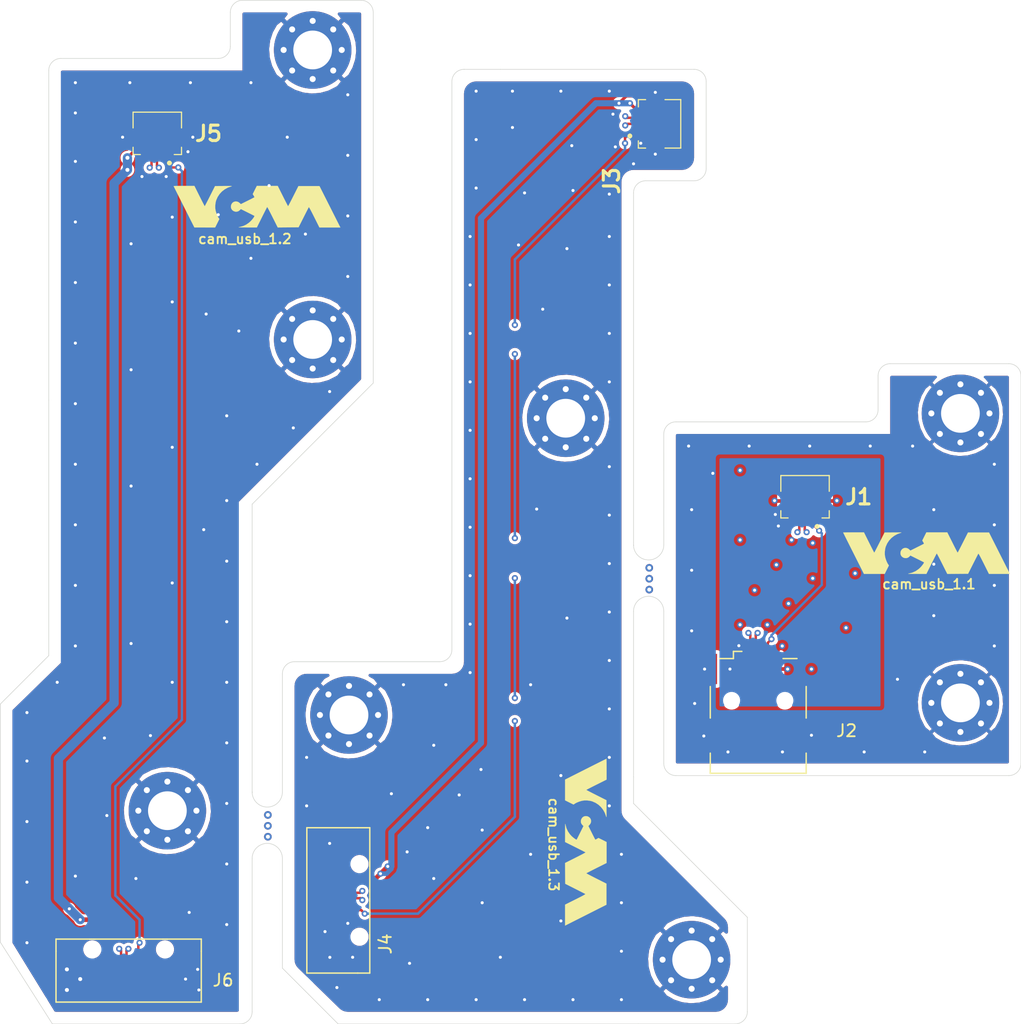
<source format=kicad_pcb>
(kicad_pcb (version 20171130) (host pcbnew "(5.1.10)-1")
  (layers (0 F.Cu signal) (1 In1.Cu signal) (2 In2.Cu signal) (31 B.Cu signal) (34 B.Paste user hide) (35 F.Paste user hide) (36 B.SilkS user) (37 F.SilkS user) (38 B.Mask user hide) (39 F.Mask user hide) (44 Edge.Cuts user))
  (net 0 "")
  (net 1 GND)
  (net 2 /id)
  (net 3 /D+)
  (net 4 /D-)
  (net 5 VCC)
  (net 6 /id2)
  (net 7 /D2_+)
  (net 8 /D2_-)
  (net 9 /D3_-)
  (net 10 /D3_+)
  (net 11 /id3)
  (module Hard_PLM:MUSB-B5-S-VT-TSMT-TR (layer F.Cu) (at 169.4 224.9)
    (fp_text reference J6 (at 7.8 -0.3) (layer F.SilkS))
    (fp_text value "Mini B USB - Vertical")
    (pad 1 smd roundrect (at -1.6 0) (size 0.55 2.75) (layers F.Cu F.Paste F.Mask) (net 5 VCC))
    (pad 2 smd roundrect (at -0.8 0) (size 0.55 2.75) (layers F.Cu F.Paste F.Mask) (net 9 /D3_-))
    (pad 3 smd roundrect (at 0 0) (size 0.55 2.75) (layers F.Cu F.Paste F.Mask) (net 10 /D3_+))
    (pad 4 smd roundrect (at 0.8 0) (size 0.55 2.75) (layers F.Cu F.Paste F.Mask) (net 11 /id3))
    (pad 5 smd roundrect (at 1.6 0) (size 0.55 2.75) (layers F.Cu F.Paste F.Mask) (net 1 GND))
    (pad 6 smd roundrect (at 4.7 -0.4) (size 3.1 2.6) (layers F.Cu F.Paste F.Mask) (net 1 GND))
    (pad 7 smd roundrect (at -4.7 -0.4) (size 3.1 2.6) (layers F.Cu F.Paste F.Mask) (net 1 GND))
    (pad "" np_thru_hole circle (at 3 -2.85) (size 1 1) (drill 1) (layers *.Cu *.Mask))
    (pad "" np_thru_hole circle (at -3 -2.85) (size 1 1) (drill 1) (layers *.Cu *.Mask))
  )
  (module Connector_USB:USB_Mini-B_Wuerth_65100516121_Horizontal (layer F.Cu) (at 221.4 201.5)
    (fp_text reference J2 (at 7.3 2.5) (layer F.SilkS))
    (fp_text value USB_B_Mini)
    (pad "" np_thru_hole circle (at 2.2 0) (size 0.9 0.9) (drill 0.9) (layers *.Cu *.Mask))
    (pad "" np_thru_hole circle (at -2.2 0) (size 0.9 0.9) (drill 0.9) (layers *.Cu *.Mask))
    (pad 5 smd rect (at 1.6 -2.6) (size 0.5 2.5) (layers F.Cu F.Paste F.Mask) (net 1 GND))
    (pad 4 smd rect (at 0.8 -2.6) (size 0.5 2.5) (layers F.Cu F.Paste F.Mask) (net 2 /id))
    (pad 3 smd rect (at 0 -2.6) (size 0.5 2.5) (layers F.Cu F.Paste F.Mask) (net 3 /D+))
    (pad 2 smd rect (at -0.8 -2.6) (size 0.5 2.5) (layers F.Cu F.Paste F.Mask) (net 4 /D-))
    (pad 1 smd rect (at -1.6 -2.6) (size 0.5 2.5) (layers F.Cu F.Paste F.Mask) (net 5 VCC))
    (pad 6 smd rect (at 4.4 -2.6) (size 2 2.5) (layers F.Cu F.Paste F.Mask) (net 1 GND))
    (pad 6 smd rect (at -4.4 -2.6) (size 2 2.5) (layers F.Cu F.Paste F.Mask) (net 1 GND))
    (pad 6 smd rect (at 4.4 2.9) (size 2 2.5) (layers F.Cu F.Paste F.Mask) (net 1 GND))
    (pad 6 smd rect (at -4.4 2.9) (size 2 2.5) (layers F.Cu F.Paste F.Mask) (net 1 GND))
  )
  (module 59453-051110ECHLF:59453051110ECHLF (layer F.Cu) (at 225.2665 185.0335 180)
    (fp_text reference J1 (at -4.4335 0.3335) (layer F.SilkS) (effects (font (size 1.27 1.27) (thickness 0.254))))
    (fp_text value "FFC-FPC Conn" hide)
    (pad 7 smd rect (at 1.74 0 180) (size 0.52 1) (layers F.Cu F.Paste F.Mask) (net 1 GND))
    (pad 6 smd rect (at -1.74 0 180) (size 0.52 1) (layers F.Cu F.Paste F.Mask) (net 1 GND))
    (pad 5 smd rect (at 1 -1.2 180) (size 0.3 0.9) (layers F.Cu F.Paste F.Mask) (net 5 VCC))
    (pad 4 smd rect (at 0.5 -1.2 180) (size 0.3 0.9) (layers F.Cu F.Paste F.Mask) (net 4 /D-))
    (pad 3 smd rect (at 0 -1.2 180) (size 0.3 0.9) (layers F.Cu F.Paste F.Mask) (net 3 /D+))
    (pad 2 smd rect (at -0.5 -1.2 180) (size 0.3 0.9) (layers F.Cu F.Paste F.Mask) (net 2 /id))
    (pad 1 smd rect (at -1 -1.2 180) (size 0.3 0.9) (layers F.Cu F.Paste F.Mask) (net 1 GND))
  )
  (module MountingHole:MountingHole_3.2mm_M3_Pad_Via (layer F.Cu) (at 238.1 177.8)
    (fp_text reference H1 hide)
    (fp_text value MountingHole_Pad)
    (pad 1 thru_hole circle (at 1.697056 -1.697056) (size 0.8 0.8) (drill 0.5) (layers *.Cu *.Mask) (net 1 GND))
    (pad 1 thru_hole circle (at 0 -2.4) (size 0.8 0.8) (drill 0.5) (layers *.Cu *.Mask) (net 1 GND))
    (pad 1 thru_hole circle (at -1.697056 -1.697056) (size 0.8 0.8) (drill 0.5) (layers *.Cu *.Mask) (net 1 GND))
    (pad 1 thru_hole circle (at -2.4 0) (size 0.8 0.8) (drill 0.5) (layers *.Cu *.Mask) (net 1 GND))
    (pad 1 thru_hole circle (at -1.697056 1.697056) (size 0.8 0.8) (drill 0.5) (layers *.Cu *.Mask) (net 1 GND))
    (pad 1 thru_hole circle (at 0 2.4) (size 0.8 0.8) (drill 0.5) (layers *.Cu *.Mask) (net 1 GND))
    (pad 1 thru_hole circle (at 1.697056 1.697056) (size 0.8 0.8) (drill 0.5) (layers *.Cu *.Mask) (net 1 GND))
    (pad 1 thru_hole circle (at 2.4 0) (size 0.8 0.8) (drill 0.5) (layers *.Cu *.Mask) (net 1 GND))
    (pad 1 thru_hole circle (at 0 0) (size 6.4 6.4) (drill 3.2) (layers *.Cu *.Mask) (net 1 GND))
  )
  (module MountingHole:MountingHole_3.2mm_M3_Pad_Via (layer F.Cu) (at 238.1 201.7)
    (fp_text reference H2 hide)
    (fp_text value MountingHole_Pad)
    (pad 1 thru_hole circle (at 0 0) (size 6.4 6.4) (drill 3.2) (layers *.Cu *.Mask) (net 1 GND))
    (pad 1 thru_hole circle (at 2.4 0) (size 0.8 0.8) (drill 0.5) (layers *.Cu *.Mask) (net 1 GND))
    (pad 1 thru_hole circle (at 1.697056 1.697056) (size 0.8 0.8) (drill 0.5) (layers *.Cu *.Mask) (net 1 GND))
    (pad 1 thru_hole circle (at 0 2.4) (size 0.8 0.8) (drill 0.5) (layers *.Cu *.Mask) (net 1 GND))
    (pad 1 thru_hole circle (at -1.697056 1.697056) (size 0.8 0.8) (drill 0.5) (layers *.Cu *.Mask) (net 1 GND))
    (pad 1 thru_hole circle (at -2.4 0) (size 0.8 0.8) (drill 0.5) (layers *.Cu *.Mask) (net 1 GND))
    (pad 1 thru_hole circle (at -1.697056 -1.697056) (size 0.8 0.8) (drill 0.5) (layers *.Cu *.Mask) (net 1 GND))
    (pad 1 thru_hole circle (at 0 -2.4) (size 0.8 0.8) (drill 0.5) (layers *.Cu *.Mask) (net 1 GND))
    (pad 1 thru_hole circle (at 1.697056 -1.697056) (size 0.8 0.8) (drill 0.5) (layers *.Cu *.Mask) (net 1 GND))
  )
  (module Hard_PLM:MUSB-B5-S-VT-TSMT-TR (layer F.Cu) (at 185.618 218.006 270)
    (fp_text reference J4 (at 3.594 -4.982 90) (layer F.SilkS))
    (fp_text value "Mini B USB - Vertical")
    (pad 1 smd roundrect (at -1.6 0 270) (size 0.55 2.75) (layers F.Cu F.Paste F.Mask) (net 5 VCC))
    (pad 2 smd roundrect (at -0.8 0 270) (size 0.55 2.75) (layers F.Cu F.Paste F.Mask) (net 8 /D2_-))
    (pad 3 smd roundrect (at 0 0 270) (size 0.55 2.75) (layers F.Cu F.Paste F.Mask) (net 7 /D2_+))
    (pad 4 smd roundrect (at 0.8 0 270) (size 0.55 2.75) (layers F.Cu F.Paste F.Mask) (net 6 /id2))
    (pad 5 smd roundrect (at 1.6 0 270) (size 0.55 2.75) (layers F.Cu F.Paste F.Mask) (net 1 GND))
    (pad 6 smd roundrect (at 4.7 -0.4 270) (size 3.1 2.6) (layers F.Cu F.Paste F.Mask) (net 1 GND))
    (pad 7 smd roundrect (at -4.7 -0.4 270) (size 3.1 2.6) (layers F.Cu F.Paste F.Mask) (net 1 GND))
    (pad "" np_thru_hole circle (at 3 -2.85 270) (size 1 1) (drill 1) (layers *.Cu *.Mask))
    (pad "" np_thru_hole circle (at -3 -2.85 270) (size 1 1) (drill 1) (layers *.Cu *.Mask))
  )
  (module MountingHole:MountingHole_3.2mm_M3_Pad_Via (layer F.Cu) (at 205.5 178.2 270)
    (fp_text reference H5 hide)
    (fp_text value MountingHole_Pad)
    (pad 1 thru_hole circle (at 1.697056 -1.697056 270) (size 0.8 0.8) (drill 0.5) (layers *.Cu *.Mask) (net 1 GND))
    (pad 1 thru_hole circle (at 0 -2.4 270) (size 0.8 0.8) (drill 0.5) (layers *.Cu *.Mask) (net 1 GND))
    (pad 1 thru_hole circle (at -1.697056 -1.697056 270) (size 0.8 0.8) (drill 0.5) (layers *.Cu *.Mask) (net 1 GND))
    (pad 1 thru_hole circle (at -2.4 0 270) (size 0.8 0.8) (drill 0.5) (layers *.Cu *.Mask) (net 1 GND))
    (pad 1 thru_hole circle (at -1.697056 1.697056 270) (size 0.8 0.8) (drill 0.5) (layers *.Cu *.Mask) (net 1 GND))
    (pad 1 thru_hole circle (at 0 2.4 270) (size 0.8 0.8) (drill 0.5) (layers *.Cu *.Mask) (net 1 GND))
    (pad 1 thru_hole circle (at 1.697056 1.697056 270) (size 0.8 0.8) (drill 0.5) (layers *.Cu *.Mask) (net 1 GND))
    (pad 1 thru_hole circle (at 2.4 0 270) (size 0.8 0.8) (drill 0.5) (layers *.Cu *.Mask) (net 1 GND))
    (pad 1 thru_hole circle (at 0 0 270) (size 6.4 6.4) (drill 3.2) (layers *.Cu *.Mask) (net 1 GND))
  )
  (module 59453-051110ECHLF:59453051110ECHLF (layer F.Cu) (at 212.9 153.9 90)
    (fp_text reference J3 (at -4.7 -3.6 90) (layer F.SilkS) (effects (font (size 1.27 1.27) (thickness 0.254))))
    (fp_text value "FFC-FPC Conn" hide)
    (pad 1 smd rect (at -1 -1.2 90) (size 0.3 0.9) (layers F.Cu F.Paste F.Mask) (net 1 GND))
    (pad 2 smd rect (at -0.5 -1.2 90) (size 0.3 0.9) (layers F.Cu F.Paste F.Mask) (net 6 /id2))
    (pad 3 smd rect (at 0 -1.2 90) (size 0.3 0.9) (layers F.Cu F.Paste F.Mask) (net 7 /D2_+))
    (pad 4 smd rect (at 0.5 -1.2 90) (size 0.3 0.9) (layers F.Cu F.Paste F.Mask) (net 8 /D2_-))
    (pad 5 smd rect (at 1 -1.2 90) (size 0.3 0.9) (layers F.Cu F.Paste F.Mask) (net 5 VCC))
    (pad 6 smd rect (at -1.74 0 90) (size 0.52 1) (layers F.Cu F.Paste F.Mask) (net 1 GND))
    (pad 7 smd rect (at 1.74 0 90) (size 0.52 1) (layers F.Cu F.Paste F.Mask) (net 1 GND))
  )
  (module MountingHole:MountingHole_3.2mm_M3_Pad_Via (layer F.Cu) (at 215.9 222.9 270)
    (fp_text reference H6 hide)
    (fp_text value MountingHole_Pad)
    (pad 1 thru_hole circle (at 1.697056 -1.697056 270) (size 0.8 0.8) (drill 0.5) (layers *.Cu *.Mask) (net 1 GND))
    (pad 1 thru_hole circle (at 0 -2.4 270) (size 0.8 0.8) (drill 0.5) (layers *.Cu *.Mask) (net 1 GND))
    (pad 1 thru_hole circle (at -1.697056 -1.697056 270) (size 0.8 0.8) (drill 0.5) (layers *.Cu *.Mask) (net 1 GND))
    (pad 1 thru_hole circle (at -2.4 0 270) (size 0.8 0.8) (drill 0.5) (layers *.Cu *.Mask) (net 1 GND))
    (pad 1 thru_hole circle (at -1.697056 1.697056 270) (size 0.8 0.8) (drill 0.5) (layers *.Cu *.Mask) (net 1 GND))
    (pad 1 thru_hole circle (at 0 2.4 270) (size 0.8 0.8) (drill 0.5) (layers *.Cu *.Mask) (net 1 GND))
    (pad 1 thru_hole circle (at 1.697056 1.697056 270) (size 0.8 0.8) (drill 0.5) (layers *.Cu *.Mask) (net 1 GND))
    (pad 1 thru_hole circle (at 2.4 0 270) (size 0.8 0.8) (drill 0.5) (layers *.Cu *.Mask) (net 1 GND))
    (pad 1 thru_hole circle (at 0 0 270) (size 6.4 6.4) (drill 3.2) (layers *.Cu *.Mask) (net 1 GND))
  )
  (module MountingHole:MountingHole_3.2mm_M3_Pad_Via (layer F.Cu) (at 187.6 202.7 270)
    (fp_text reference H8 hide)
    (fp_text value MountingHole_Pad)
    (pad 1 thru_hole circle (at 0 0 270) (size 6.4 6.4) (drill 3.2) (layers *.Cu *.Mask) (net 1 GND))
    (pad 1 thru_hole circle (at 2.4 0 270) (size 0.8 0.8) (drill 0.5) (layers *.Cu *.Mask) (net 1 GND))
    (pad 1 thru_hole circle (at 1.697056 1.697056 270) (size 0.8 0.8) (drill 0.5) (layers *.Cu *.Mask) (net 1 GND))
    (pad 1 thru_hole circle (at 0 2.4 270) (size 0.8 0.8) (drill 0.5) (layers *.Cu *.Mask) (net 1 GND))
    (pad 1 thru_hole circle (at -1.697056 1.697056 270) (size 0.8 0.8) (drill 0.5) (layers *.Cu *.Mask) (net 1 GND))
    (pad 1 thru_hole circle (at -2.4 0 270) (size 0.8 0.8) (drill 0.5) (layers *.Cu *.Mask) (net 1 GND))
    (pad 1 thru_hole circle (at -1.697056 -1.697056 270) (size 0.8 0.8) (drill 0.5) (layers *.Cu *.Mask) (net 1 GND))
    (pad 1 thru_hole circle (at 0 -2.4 270) (size 0.8 0.8) (drill 0.5) (layers *.Cu *.Mask) (net 1 GND))
    (pad 1 thru_hole circle (at 1.697056 -1.697056 270) (size 0.8 0.8) (drill 0.5) (layers *.Cu *.Mask) (net 1 GND))
  )
  (module MountingHole:MountingHole_3.2mm_M3_Pad_Via (layer F.Cu) (at 184.6 171.7)
    (fp_text reference H4 hide)
    (fp_text value MountingHole_Pad)
    (pad 1 thru_hole circle (at 0 0) (size 6.4 6.4) (drill 3.2) (layers *.Cu *.Mask) (net 1 GND))
    (pad 1 thru_hole circle (at 2.4 0) (size 0.8 0.8) (drill 0.5) (layers *.Cu *.Mask) (net 1 GND))
    (pad 1 thru_hole circle (at 1.697056 1.697056) (size 0.8 0.8) (drill 0.5) (layers *.Cu *.Mask) (net 1 GND))
    (pad 1 thru_hole circle (at 0 2.4) (size 0.8 0.8) (drill 0.5) (layers *.Cu *.Mask) (net 1 GND))
    (pad 1 thru_hole circle (at -1.697056 1.697056) (size 0.8 0.8) (drill 0.5) (layers *.Cu *.Mask) (net 1 GND))
    (pad 1 thru_hole circle (at -2.4 0) (size 0.8 0.8) (drill 0.5) (layers *.Cu *.Mask) (net 1 GND))
    (pad 1 thru_hole circle (at -1.697056 -1.697056) (size 0.8 0.8) (drill 0.5) (layers *.Cu *.Mask) (net 1 GND))
    (pad 1 thru_hole circle (at 0 -2.4) (size 0.8 0.8) (drill 0.5) (layers *.Cu *.Mask) (net 1 GND))
    (pad 1 thru_hole circle (at 1.697056 -1.697056) (size 0.8 0.8) (drill 0.5) (layers *.Cu *.Mask) (net 1 GND))
  )
  (module 59453-051110ECHLF:59453051110ECHLF (layer F.Cu) (at 171.7665 155.0335 180)
    (fp_text reference J5 (at -4.2335 0.3335) (layer F.SilkS) (effects (font (size 1.27 1.27) (thickness 0.254))))
    (fp_text value "FFC-FPC Conn" hide)
    (pad 7 smd rect (at 1.74 0 180) (size 0.52 1) (layers F.Cu F.Paste F.Mask) (net 1 GND))
    (pad 6 smd rect (at -1.74 0 180) (size 0.52 1) (layers F.Cu F.Paste F.Mask) (net 1 GND))
    (pad 5 smd rect (at 1 -1.2 180) (size 0.3 0.9) (layers F.Cu F.Paste F.Mask) (net 5 VCC))
    (pad 4 smd rect (at 0.5 -1.2 180) (size 0.3 0.9) (layers F.Cu F.Paste F.Mask) (net 9 /D3_-))
    (pad 3 smd rect (at 0 -1.2 180) (size 0.3 0.9) (layers F.Cu F.Paste F.Mask) (net 10 /D3_+))
    (pad 2 smd rect (at -0.5 -1.2 180) (size 0.3 0.9) (layers F.Cu F.Paste F.Mask) (net 11 /id3))
    (pad 1 smd rect (at -1 -1.2 180) (size 0.3 0.9) (layers F.Cu F.Paste F.Mask) (net 1 GND))
  )
  (module MountingHole:MountingHole_3.2mm_M3_Pad_Via (layer F.Cu) (at 184.6 147.8)
    (fp_text reference H3 hide)
    (fp_text value MountingHole_Pad)
    (pad 1 thru_hole circle (at 0 0) (size 6.4 6.4) (drill 3.2) (layers *.Cu *.Mask) (net 1 GND))
    (pad 1 thru_hole circle (at 2.4 0) (size 0.8 0.8) (drill 0.5) (layers *.Cu *.Mask) (net 1 GND))
    (pad 1 thru_hole circle (at 1.697056 1.697056) (size 0.8 0.8) (drill 0.5) (layers *.Cu *.Mask) (net 1 GND))
    (pad 1 thru_hole circle (at 0 2.4) (size 0.8 0.8) (drill 0.5) (layers *.Cu *.Mask) (net 1 GND))
    (pad 1 thru_hole circle (at -1.697056 1.697056) (size 0.8 0.8) (drill 0.5) (layers *.Cu *.Mask) (net 1 GND))
    (pad 1 thru_hole circle (at -2.4 0) (size 0.8 0.8) (drill 0.5) (layers *.Cu *.Mask) (net 1 GND))
    (pad 1 thru_hole circle (at -1.697056 -1.697056) (size 0.8 0.8) (drill 0.5) (layers *.Cu *.Mask) (net 1 GND))
    (pad 1 thru_hole circle (at 0 -2.4) (size 0.8 0.8) (drill 0.5) (layers *.Cu *.Mask) (net 1 GND))
    (pad 1 thru_hole circle (at 1.697056 -1.697056) (size 0.8 0.8) (drill 0.5) (layers *.Cu *.Mask) (net 1 GND))
  )
  (module MountingHole:MountingHole_3.2mm_M3_Pad_Via (layer F.Cu) (at 172.6 210.6)
    (fp_text reference H7 hide)
    (fp_text value MountingHole_Pad)
    (pad 1 thru_hole circle (at 0 0) (size 6.4 6.4) (drill 3.2) (layers *.Cu *.Mask) (net 1 GND))
    (pad 1 thru_hole circle (at 2.4 0) (size 0.8 0.8) (drill 0.5) (layers *.Cu *.Mask) (net 1 GND))
    (pad 1 thru_hole circle (at 1.697056 1.697056) (size 0.8 0.8) (drill 0.5) (layers *.Cu *.Mask) (net 1 GND))
    (pad 1 thru_hole circle (at 0 2.4) (size 0.8 0.8) (drill 0.5) (layers *.Cu *.Mask) (net 1 GND))
    (pad 1 thru_hole circle (at -1.697056 1.697056) (size 0.8 0.8) (drill 0.5) (layers *.Cu *.Mask) (net 1 GND))
    (pad 1 thru_hole circle (at -2.4 0) (size 0.8 0.8) (drill 0.5) (layers *.Cu *.Mask) (net 1 GND))
    (pad 1 thru_hole circle (at -1.697056 -1.697056) (size 0.8 0.8) (drill 0.5) (layers *.Cu *.Mask) (net 1 GND))
    (pad 1 thru_hole circle (at 0 -2.4) (size 0.8 0.8) (drill 0.5) (layers *.Cu *.Mask) (net 1 GND))
    (pad 1 thru_hole circle (at 1.697056 -1.697056) (size 0.8 0.8) (drill 0.5) (layers *.Cu *.Mask) (net 1 GND))
  )
  (module LED_driver_PCB:logo_vulcur (layer F.Cu) (at 235.3 189.3)
    (fp_text reference L1 hide)
    (fp_text value Logo-logo hide)
  )
  (module LED_driver_PCB:logo_vulcur (layer F.Cu) (at 180 160.7)
    (fp_text reference L2 hide)
    (fp_text value Logo-logo hide)
  )
  (module LED_driver_PCB:logo_vulcur (layer F.Cu) (at 207.2 213.2 270)
    (fp_text reference L3 hide)
    (fp_text value Logo-logo hide)
  )
  (gr_line (start 163.1 228.2) (end 158.8 221.45) (layer Edge.Cuts) (width 0.05))
  (gr_line (start 179.6 214.55) (end 179.6 227.2) (layer Edge.Cuts) (width 0.05))
  (gr_line (start 182.1 199.3) (end 182.1 209.05) (layer Edge.Cuts) (width 0.05))
  (gr_arc (start 180.85 214.55) (end 182.1 214.55) (angle -180) (layer Edge.Cuts) (width 0.05))
  (gr_line (start 179.6 209.1) (end 179.6 209.05) (layer Edge.Cuts) (width 0.05))
  (gr_arc (start 180.85 209.05) (end 179.6 209.05) (angle -180) (layer Edge.Cuts) (width 0.05))
  (gr_line (start 211.1 188.7) (end 211.1 188.65) (layer Edge.Cuts) (width 0.05))
  (gr_line (start 211.1 159.6) (end 211.1 188.7) (layer Edge.Cuts) (width 0.05))
  (gr_line (start 213.6 194.15) (end 213.6 206.7) (layer Edge.Cuts) (width 0.05))
  (gr_line (start 213.6 179.5) (end 213.601 188.65) (layer Edge.Cuts) (width 0.05))
  (gr_arc (start 212.35 194.15) (end 213.6 194.15) (angle -180) (layer Edge.Cuts) (width 0.05))
  (gr_arc (start 212.35 188.65) (end 211.1 188.7) (angle -177.70939) (layer Edge.Cuts) (width 0.05))
  (gr_arc (start 178.6 227.2) (end 178.6 228.2) (angle -90) (layer Edge.Cuts) (width 0.05))
  (gr_line (start 158.8 221.45) (end 158.8 201.8) (layer Edge.Cuts) (width 0.05))
  (gr_line (start 158.8 201.8) (end 162.8 197.8) (layer Edge.Cuts) (width 0.05))
  (gr_text cam_usb_1.1 (at 235.5 191.9) (layer F.SilkS) (effects (font (size 0.8 0.8))))
  (gr_text "cam_usb_1.2\n" (at 179 163.4) (layer F.SilkS) (effects (font (size 0.8 0.8))))
  (gr_text cam_usb_1.3 (at 204.5 213.4 270) (layer F.SilkS) (effects (font (size 0.8 0.8))))
  (gr_arc (start 214.6 179.5) (end 214.6 178.5) (angle -90) (layer Edge.Cuts) (width 0.05))
  (gr_arc (start 242.1 206.7) (end 242.1 207.7) (angle -90) (layer Edge.Cuts) (width 0.05))
  (gr_line (start 242.1 207.7) (end 214.6 207.7) (layer Edge.Cuts) (width 0.05))
  (gr_line (start 243.1 174.7) (end 243.1 206.7) (layer Edge.Cuts) (width 0.05))
  (gr_line (start 232.3 173.7) (end 242.1 173.7) (layer Edge.Cuts) (width 0.05))
  (gr_line (start 231.3 177.5) (end 231.3 174.7) (layer Edge.Cuts) (width 0.05))
  (gr_arc (start 242.1 174.7) (end 243.1 174.7) (angle -90) (layer Edge.Cuts) (width 0.05))
  (gr_line (start 214.6 178.5) (end 230.3 178.5) (layer Edge.Cuts) (width 0.05))
  (gr_arc (start 230.3 177.5) (end 230.3 178.5) (angle -90) (layer Edge.Cuts) (width 0.05))
  (gr_arc (start 214.6 206.7) (end 213.6 206.7) (angle -90) (layer Edge.Cuts) (width 0.05))
  (gr_arc (start 232.3 174.7) (end 232.3 173.7) (angle -90) (layer Edge.Cuts) (width 0.05))
  (gr_line (start 220.5 219.4) (end 211.1 210) (layer Edge.Cuts) (width 0.05))
  (gr_arc (start 197.1 150.4) (end 197.1 149.4) (angle -90) (layer Edge.Cuts) (width 0.05))
  (gr_arc (start 216.1 157.6) (end 216.1 158.6) (angle -90) (layer Edge.Cuts) (width 0.05))
  (gr_arc (start 216.1 150.4) (end 217.1 150.4) (angle -90) (layer Edge.Cuts) (width 0.05))
  (gr_line (start 211.1 210) (end 211.1 207.8) (layer Edge.Cuts) (width 0.05))
  (gr_line (start 211.1 194.15) (end 211.1 207.8) (layer Edge.Cuts) (width 0.05))
  (gr_line (start 216.1 158.6) (end 212.1 158.6) (layer Edge.Cuts) (width 0.05))
  (gr_line (start 217.1 150.4) (end 217.1 157.6) (layer Edge.Cuts) (width 0.05))
  (gr_arc (start 219.5 227.2) (end 219.5 228.2) (angle -90) (layer Edge.Cuts) (width 0.05))
  (gr_line (start 220.5 227.2) (end 220.5 219.4) (layer Edge.Cuts) (width 0.05))
  (gr_line (start 197.1 149.4) (end 197.1 149.4) (layer Edge.Cuts) (width 0.05))
  (gr_line (start 200.1 149.4) (end 197.1 149.4) (layer Edge.Cuts) (width 0.05))
  (gr_line (start 211.5 228.2) (end 219.5 228.2) (layer Edge.Cuts) (width 0.05))
  (gr_line (start 216.1 149.4) (end 200.1 149.4) (layer Edge.Cuts) (width 0.05))
  (gr_arc (start 183.1 199.3) (end 183.1 198.3) (angle -90) (layer Edge.Cuts) (width 0.05))
  (gr_arc (start 195.1 197.3) (end 195.1 198.3) (angle -90) (layer Edge.Cuts) (width 0.05))
  (gr_line (start 183.1 198.3) (end 195.1 198.3) (layer Edge.Cuts) (width 0.05))
  (gr_line (start 196.1 197.3) (end 196.1 150.4) (layer Edge.Cuts) (width 0.05))
  (gr_line (start 186.7 228.2) (end 182.1 223.6) (layer Edge.Cuts) (width 0.05))
  (gr_line (start 182.1 223.6) (end 182.1 214.55) (layer Edge.Cuts) (width 0.05))
  (gr_line (start 211.5 228.2) (end 186.7 228.2) (layer Edge.Cuts) (width 0.05))
  (gr_arc (start 212.1 159.6) (end 212.1 158.6) (angle -90) (layer Edge.Cuts) (width 0.05))
  (gr_arc (start 188.6 144.7) (end 189.6 144.7) (angle -90) (layer Edge.Cuts) (width 0.05))
  (gr_line (start 163.8 148.5) (end 176.8 148.5) (layer Edge.Cuts) (width 0.05))
  (gr_line (start 189.6 144.7) (end 189.6 175.3) (layer Edge.Cuts) (width 0.05))
  (gr_line (start 177.8 147.5) (end 177.8 144.7) (layer Edge.Cuts) (width 0.05))
  (gr_line (start 162.8 176.7) (end 162.8 149.5) (layer Edge.Cuts) (width 0.05))
  (gr_arc (start 163.8 149.5) (end 163.8 148.5) (angle -90) (layer Edge.Cuts) (width 0.05))
  (gr_arc (start 178.8 144.7) (end 178.8 143.7) (angle -90) (layer Edge.Cuts) (width 0.05))
  (gr_arc (start 176.8 147.5) (end 176.8 148.5) (angle -90) (layer Edge.Cuts) (width 0.05))
  (gr_line (start 178.6 228.2) (end 163.1 228.2) (layer Edge.Cuts) (width 0.05))
  (gr_line (start 178.8 143.7) (end 188.6 143.7) (layer Edge.Cuts) (width 0.05))
  (gr_line (start 179.6 185.3) (end 189.6 175.3) (layer Edge.Cuts) (width 0.05))
  (gr_line (start 162.8 197.8) (end 162.8 176.7) (layer Edge.Cuts) (width 0.05))
  (gr_line (start 179.6 209.1) (end 179.6 185.3) (layer Edge.Cuts) (width 0.05))
  (via (at 212.4 190.55) (size 0.635) (drill 0.3302) (layers F.Cu B.Cu) (net 0))
  (via (at 212.4 191.45) (size 0.635) (drill 0.3302) (layers F.Cu B.Cu) (net 0))
  (via (at 212.4 192.35) (size 0.635) (drill 0.3302) (layers F.Cu B.Cu) (net 0))
  (via (at 180.9 211.85) (size 0.635) (drill 0.3302) (layers F.Cu B.Cu) (net 0))
  (via (at 180.9 210.95) (size 0.635) (drill 0.3302) (layers F.Cu B.Cu) (net 0))
  (via (at 180.9 212.75) (size 0.635) (drill 0.3302) (layers F.Cu B.Cu) (net 0))
  (via (at 175.2 225.4) (size 0.508) (drill 0.254) (layers F.Cu B.Cu) (net 1))
  (via (at 175.1 223.7) (size 0.508) (drill 0.254) (layers F.Cu B.Cu) (net 1))
  (segment (start 174.2665 156.2335) (end 174.3 156.2) (width 0.191262) (layer F.Cu) (net 1))
  (segment (start 172.7665 156.2335) (end 174.2665 156.2335) (width 0.191262) (layer F.Cu) (net 1))
  (segment (start 173.5065 155.0335) (end 174.6665 155.0335) (width 0.191262) (layer F.Cu) (net 1))
  (segment (start 172.7665 156.2335) (end 172.7665 155.7735) (width 0.191262) (layer F.Cu) (net 1))
  (segment (start 170.0265 155.0335) (end 168.9335 155.0335) (width 0.191262) (layer F.Cu) (net 1))
  (segment (start 174.6665 155.0335) (end 174.7 155) (width 0.191262) (layer F.Cu) (net 1))
  (segment (start 172.7665 155.7735) (end 173.5065 155.0335) (width 0.191262) (layer F.Cu) (net 1))
  (segment (start 168.9335 155.0335) (end 168.9 155) (width 0.191262) (layer F.Cu) (net 1))
  (via (at 177.5 195) (size 0.508) (drill 0.254) (layers F.Cu B.Cu) (net 1))
  (via (at 180 182) (size 0.508) (drill 0.254) (layers F.Cu B.Cu) (net 1))
  (via (at 187.5 151.5) (size 0.508) (drill 0.254) (layers F.Cu B.Cu) (net 1))
  (via (at 165 150.5) (size 0.508) (drill 0.254) (layers F.Cu B.Cu) (net 1))
  (via (at 177.5 215) (size 0.508) (drill 0.254) (layers F.Cu B.Cu) (net 1))
  (via (at 186 176) (size 0.508) (drill 0.254) (layers F.Cu B.Cu) (net 1))
  (via (at 187.5 156.5) (size 0.508) (drill 0.254) (layers F.Cu B.Cu) (net 1))
  (via (at 187.5 166.5) (size 0.508) (drill 0.254) (layers F.Cu B.Cu) (net 1))
  (via (at 169.5 150.5) (size 0.508) (drill 0.254) (layers F.Cu B.Cu) (net 1))
  (via (at 187.5 161.5) (size 0.508) (drill 0.254) (layers F.Cu B.Cu) (net 1))
  (via (at 177.5 185) (size 0.508) (drill 0.254) (layers F.Cu B.Cu) (net 1))
  (via (at 174.5 150.5) (size 0.508) (drill 0.254) (layers F.Cu B.Cu) (net 1))
  (via (at 183 179) (size 0.508) (drill 0.254) (layers F.Cu B.Cu) (net 1))
  (via (at 179.5 150.5) (size 0.508) (drill 0.254) (layers F.Cu B.Cu) (net 1))
  (via (at 177.5 200) (size 0.508) (drill 0.254) (layers F.Cu B.Cu) (net 1))
  (via (at 170.5 158.25) (size 0.508) (drill 0.254) (layers F.Cu B.Cu) (net 1))
  (via (at 165 172) (size 0.508) (drill 0.254) (layers F.Cu B.Cu) (net 1))
  (via (at 161 211.5) (size 0.508) (drill 0.254) (layers F.Cu B.Cu) (net 1))
  (via (at 165 157) (size 0.508) (drill 0.254) (layers F.Cu B.Cu) (net 1))
  (via (at 178.5 171) (size 0.508) (drill 0.254) (layers F.Cu B.Cu) (net 1))
  (via (at 182.5 155) (size 0.508) (drill 0.254) (layers F.Cu B.Cu) (net 1))
  (via (at 165 182) (size 0.508) (drill 0.254) (layers F.Cu B.Cu) (net 1))
  (via (at 165 187) (size 0.508) (drill 0.254) (layers F.Cu B.Cu) (net 1))
  (via (at 181 159) (size 0.508) (drill 0.254) (layers F.Cu B.Cu) (net 1))
  (via (at 165 192) (size 0.508) (drill 0.254) (layers F.Cu B.Cu) (net 1))
  (via (at 177.5 225) (size 0.508) (drill 0.254) (layers F.Cu B.Cu) (net 1))
  (via (at 163.5 200) (size 0.508) (drill 0.254) (layers F.Cu B.Cu) (net 1))
  (via (at 161 221.5) (size 0.508) (drill 0.254) (layers F.Cu B.Cu) (net 1))
  (via (at 179.5 165) (size 0.508) (drill 0.254) (layers F.Cu B.Cu) (net 1))
  (via (at 165 197) (size 0.508) (drill 0.254) (layers F.Cu B.Cu) (net 1))
  (via (at 161 206.5) (size 0.508) (drill 0.254) (layers F.Cu B.Cu) (net 1))
  (via (at 161 202.5) (size 0.508) (drill 0.254) (layers F.Cu B.Cu) (net 1))
  (via (at 165 177) (size 0.508) (drill 0.254) (layers F.Cu B.Cu) (net 1))
  (via (at 165 153) (size 0.508) (drill 0.254) (layers F.Cu B.Cu) (net 1))
  (via (at 177.5 178) (size 0.508) (drill 0.254) (layers F.Cu B.Cu) (net 1))
  (via (at 165 167) (size 0.508) (drill 0.254) (layers F.Cu B.Cu) (net 1))
  (via (at 165 162) (size 0.508) (drill 0.254) (layers F.Cu B.Cu) (net 1))
  (via (at 161 216.5) (size 0.508) (drill 0.254) (layers F.Cu B.Cu) (net 1))
  (via (at 165 216) (size 0.508) (drill 0.254) (layers F.Cu B.Cu) (net 1))
  (via (at 172.5 158.25) (size 0.508) (drill 0.254) (layers F.Cu B.Cu) (net 1))
  (via (at 175.8 169.6) (size 0.508) (drill 0.254) (layers F.Cu B.Cu) (net 1))
  (via (at 184 163) (size 0.508) (drill 0.254) (layers F.Cu B.Cu) (net 1))
  (via (at 173 168.6) (size 0.508) (drill 0.254) (layers F.Cu B.Cu) (net 1))
  (via (at 175.6 187.4) (size 0.508) (drill 0.254) (layers F.Cu B.Cu) (net 1))
  (via (at 169.6 196.8) (size 0.508) (drill 0.254) (layers F.Cu B.Cu) (net 1))
  (via (at 167.4 204.6) (size 0.508) (drill 0.254) (layers F.Cu B.Cu) (net 1))
  (via (at 169.6 163.8) (size 0.508) (drill 0.254) (layers F.Cu B.Cu) (net 1))
  (via (at 173 161.6) (size 0.508) (drill 0.254) (layers F.Cu B.Cu) (net 1))
  (via (at 176.8 161.4) (size 0.508) (drill 0.254) (layers F.Cu B.Cu) (net 1))
  (via (at 173 191.8) (size 0.508) (drill 0.254) (layers F.Cu B.Cu) (net 1))
  (via (at 169.6 183.8) (size 0.508) (drill 0.254) (layers F.Cu B.Cu) (net 1))
  (via (at 173 180.6) (size 0.508) (drill 0.254) (layers F.Cu B.Cu) (net 1))
  (via (at 174.4 219) (size 0.508) (drill 0.254) (layers F.Cu B.Cu) (net 1))
  (via (at 173 200) (size 0.508) (drill 0.254) (layers F.Cu B.Cu) (net 1))
  (via (at 167.6 211) (size 0.508) (drill 0.254) (layers F.Cu B.Cu) (net 1))
  (via (at 171.2 204.4) (size 0.508) (drill 0.254) (layers F.Cu B.Cu) (net 1))
  (via (at 169.6 174.2) (size 0.508) (drill 0.254) (layers F.Cu B.Cu) (net 1))
  (via (at 170 216.2) (size 0.508) (drill 0.254) (layers F.Cu B.Cu) (net 1))
  (via (at 165.4 224.5) (size 0.635) (drill 0.3302) (layers F.Cu B.Cu) (net 1))
  (via (at 164.3 223.7) (size 0.635) (drill 0.3302) (layers F.Cu B.Cu) (net 1))
  (via (at 164.3 225.4) (size 0.635) (drill 0.3302) (layers F.Cu B.Cu) (net 1))
  (via (at 174.3 156.2) (size 0.508) (drill 0.254) (layers F.Cu B.Cu) (net 1))
  (via (at 174.7 155) (size 0.508) (drill 0.254) (layers F.Cu B.Cu) (net 1))
  (via (at 177.5 210) (size 0.508) (drill 0.254) (layers F.Cu B.Cu) (net 1))
  (via (at 177.5 205) (size 0.508) (drill 0.254) (layers F.Cu B.Cu) (net 1))
  (via (at 177.5 190) (size 0.508) (drill 0.254) (layers F.Cu B.Cu) (net 1))
  (via (at 177.5 220) (size 0.508) (drill 0.254) (layers F.Cu B.Cu) (net 1))
  (via (at 168.9 155) (size 0.508) (drill 0.254) (layers F.Cu B.Cu) (net 1))
  (segment (start 223 198.9) (end 223 197.3875) (width 0.254) (layer F.Cu) (net 1))
  (segment (start 223 198.9) (end 223.817 198.9) (width 0.254) (layer F.Cu) (net 1))
  (segment (start 227.0065 185.0335) (end 227.861 185.0335) (width 0.254) (layer F.Cu) (net 1))
  (segment (start 222.7775 185.0335) (end 222.7475 185.0035) (width 0.254) (layer F.Cu) (net 1))
  (segment (start 223 197.3875) (end 223.3825 197.005) (width 0.254) (layer F.Cu) (net 1))
  (segment (start 227.861 185.0335) (end 227.891 185.0035) (width 0.254) (layer F.Cu) (net 1))
  (segment (start 223.5265 185.0335) (end 222.7775 185.0335) (width 0.254) (layer F.Cu) (net 1))
  (segment (start 223.817 198.9) (end 223.827 198.91) (width 0.254) (layer F.Cu) (net 1))
  (via (at 216.9055 204.4345) (size 0.508) (drill 0.254) (layers F.Cu B.Cu) (net 1))
  (via (at 216.969 198.91) (size 0.508) (drill 0.254) (layers F.Cu B.Cu) (net 1))
  (via (at 225.7955 198.91) (size 0.508) (drill 0.254) (layers F.Cu B.Cu) (net 1))
  (via (at 227.891 185.0035) (size 0.508) (drill 0.254) (layers F.Cu B.Cu) (net 1))
  (via (at 225.7955 204.371) (size 0.508) (drill 0.254) (layers F.Cu B.Cu) (net 1))
  (via (at 223.3825 197.005) (size 0.508) (drill 0.254) (layers F.Cu B.Cu) (net 1))
  (via (at 223.827 198.91) (size 0.508) (drill 0.254) (layers F.Cu B.Cu) (net 1))
  (via (at 222.7475 185.0035) (size 0.508) (drill 0.254) (layers F.Cu B.Cu) (net 1))
  (via (at 212.9 156.4) (size 0.508) (drill 0.254) (layers F.Cu B.Cu) (net 1))
  (segment (start 212.9 155.64) (end 212.9 156.4) (width 0.254) (layer F.Cu) (net 1))
  (via (at 212.9 151.3) (size 0.508) (drill 0.254) (layers F.Cu B.Cu) (net 1))
  (segment (start 212.9 152.16) (end 212.9 151.3) (width 0.254) (layer F.Cu) (net 1))
  (via (at 211.7 155.5) (size 0.508) (drill 0.254) (layers F.Cu B.Cu) (net 1))
  (segment (start 211.7 154.9) (end 211.7 155.5) (width 0.254) (layer F.Cu) (net 1))
  (segment (start 211.84 155.64) (end 211.7 155.5) (width 0.254) (layer F.Cu) (net 1))
  (segment (start 212.9 155.64) (end 211.84 155.64) (width 0.254) (layer F.Cu) (net 1))
  (segment (start 185.618 222.306) (end 186.018 222.706) (width 0.2032) (layer F.Cu) (net 1))
  (via (at 185.618 220.582) (size 0.508) (drill 0.254) (layers F.Cu B.Cu) (net 1))
  (segment (start 185.618 219.606) (end 185.618 220.582) (width 0.2032) (layer F.Cu) (net 1))
  (segment (start 185.618 220.582) (end 185.618 222.306) (width 0.2032) (layer F.Cu) (net 1))
  (via (at 186.018 222.706) (size 0.508) (drill 0.254) (layers F.Cu B.Cu) (net 1))
  (via (at 186 213.3) (size 0.508) (drill 0.254) (layers F.Cu B.Cu) (net 1))
  (segment (start 186.006 213.306) (end 186 213.3) (width 0.2032) (layer F.Cu) (net 1))
  (segment (start 186.018 213.306) (end 186.006 213.306) (width 0.2032) (layer F.Cu) (net 1))
  (via (at 187.9 222.7) (size 0.508) (drill 0.254) (layers F.Cu B.Cu) (net 1))
  (segment (start 187.894 222.706) (end 187.9 222.7) (width 0.2032) (layer F.Cu) (net 1))
  (segment (start 186.018 222.706) (end 187.894 222.706) (width 0.2032) (layer F.Cu) (net 1))
  (segment (start 187.206 219.606) (end 187.5 219.9) (width 0.2032) (layer F.Cu) (net 1))
  (via (at 187.5 219.9) (size 0.508) (drill 0.254) (layers F.Cu B.Cu) (net 1))
  (segment (start 185.618 219.606) (end 187.206 219.606) (width 0.2032) (layer F.Cu) (net 1))
  (via (at 215.65 180.5) (size 0.508) (drill 0.254) (layers F.Cu B.Cu) (net 1))
  (via (at 220.65 180.5) (size 0.508) (drill 0.254) (layers F.Cu B.Cu) (net 1))
  (via (at 225.65 180.5) (size 0.508) (drill 0.254) (layers F.Cu B.Cu) (net 1))
  (via (at 230.65 180.5) (size 0.508) (drill 0.254) (layers F.Cu B.Cu) (net 1))
  (via (at 234.15 180.5) (size 0.508) (drill 0.254) (layers F.Cu B.Cu) (net 1))
  (via (at 240.9 182) (size 0.508) (drill 0.254) (layers F.Cu B.Cu) (net 1))
  (via (at 240.9 187) (size 0.508) (drill 0.254) (layers F.Cu B.Cu) (net 1))
  (via (at 240.9 192) (size 0.508) (drill 0.254) (layers F.Cu B.Cu) (net 1))
  (via (at 240.9 197) (size 0.508) (drill 0.254) (layers F.Cu B.Cu) (net 1))
  (via (at 235.15 205.75) (size 0.508) (drill 0.254) (layers F.Cu B.Cu) (net 1))
  (via (at 230.15 205.75) (size 0.508) (drill 0.254) (layers F.Cu B.Cu) (net 1))
  (via (at 223.4 205.75) (size 0.508) (drill 0.254) (layers F.Cu B.Cu) (net 1))
  (via (at 218.9 205.75) (size 0.508) (drill 0.254) (layers F.Cu B.Cu) (net 1))
  (via (at 216.15 201.75) (size 0.508) (drill 0.254) (layers F.Cu B.Cu) (net 1))
  (via (at 215.9 195.75) (size 0.508) (drill 0.254) (layers F.Cu B.Cu) (net 1))
  (via (at 215.9 190.75) (size 0.508) (drill 0.254) (layers F.Cu B.Cu) (net 1))
  (via (at 215.9 185.75) (size 0.508) (drill 0.254) (layers F.Cu B.Cu) (net 1))
  (via (at 217.65 182.75) (size 0.508) (drill 0.254) (layers F.Cu B.Cu) (net 1))
  (via (at 224.15 188.25) (size 0.508) (drill 0.254) (layers F.Cu B.Cu) (net 1))
  (via (at 225.9 188.5) (size 0.508) (drill 0.254) (layers F.Cu B.Cu) (net 1))
  (via (at 219.9 195.25) (size 0.508) (drill 0.254) (layers F.Cu B.Cu) (net 1))
  (via (at 222.15 195.25) (size 0.508) (drill 0.254) (layers F.Cu B.Cu) (net 1))
  (via (at 221.1 192.4) (size 0.508) (drill 0.254) (layers F.Cu B.Cu) (net 1))
  (via (at 222.9 190.3) (size 0.508) (drill 0.254) (layers F.Cu B.Cu) (net 1))
  (via (at 223.9 193.5) (size 0.508) (drill 0.254) (layers F.Cu B.Cu) (net 1))
  (via (at 225.9 191.417) (size 0.508) (drill 0.254) (layers F.Cu B.Cu) (net 1))
  (via (at 235.9 185.75) (size 0.508) (drill 0.254) (layers F.Cu B.Cu) (net 1))
  (via (at 235.9 190.25) (size 0.508) (drill 0.254) (layers F.Cu B.Cu) (net 1))
  (via (at 235.9 194.5) (size 0.508) (drill 0.254) (layers F.Cu B.Cu) (net 1))
  (via (at 232.9 199.75) (size 0.508) (drill 0.254) (layers F.Cu B.Cu) (net 1))
  (via (at 228.65 195.5) (size 0.508) (drill 0.254) (layers F.Cu B.Cu) (net 1))
  (via (at 229.4 191) (size 0.508) (drill 0.254) (layers F.Cu B.Cu) (net 1))
  (via (at 219.9 188.25) (size 0.508) (drill 0.254) (layers F.Cu B.Cu) (net 1))
  (via (at 219.9 182.5) (size 0.508) (drill 0.254) (layers F.Cu B.Cu) (net 1))
  (via (at 209.1 151.2) (size 0.508) (drill 0.254) (layers F.Cu B.Cu) (net 1))
  (via (at 205.1 151.2) (size 0.508) (drill 0.254) (layers F.Cu B.Cu) (net 1))
  (via (at 201.1 151.2) (size 0.508) (drill 0.254) (layers F.Cu B.Cu) (net 1))
  (via (at 198.1 151.2) (size 0.508) (drill 0.254) (layers F.Cu B.Cu) (net 1))
  (via (at 198.1 155.2) (size 0.508) (drill 0.254) (layers F.Cu B.Cu) (net 1))
  (via (at 198.1 159.2) (size 0.508) (drill 0.254) (layers F.Cu B.Cu) (net 1))
  (via (at 197.6 163.2) (size 0.508) (drill 0.254) (layers F.Cu B.Cu) (net 1))
  (via (at 197.6 167.2) (size 0.508) (drill 0.254) (layers F.Cu B.Cu) (net 1))
  (via (at 197.6 171.2) (size 0.508) (drill 0.254) (layers F.Cu B.Cu) (net 1))
  (via (at 197.6 175.2) (size 0.508) (drill 0.254) (layers F.Cu B.Cu) (net 1))
  (via (at 197.6 179.2) (size 0.508) (drill 0.254) (layers F.Cu B.Cu) (net 1))
  (via (at 197.6 183.2) (size 0.508) (drill 0.254) (layers F.Cu B.Cu) (net 1))
  (via (at 197.6 187.2) (size 0.508) (drill 0.254) (layers F.Cu B.Cu) (net 1))
  (via (at 197.6 191.2) (size 0.508) (drill 0.254) (layers F.Cu B.Cu) (net 1))
  (via (at 197.6 195.2) (size 0.508) (drill 0.254) (layers F.Cu B.Cu) (net 1))
  (via (at 197.6 199.2) (size 0.508) (drill 0.254) (layers F.Cu B.Cu) (net 1))
  (via (at 195.6 200.2) (size 0.508) (drill 0.254) (layers F.Cu B.Cu) (net 1))
  (via (at 192.1 200.2) (size 0.508) (drill 0.254) (layers F.Cu B.Cu) (net 1))
  (via (at 184.1 206.2) (size 0.508) (drill 0.254) (layers F.Cu B.Cu) (net 1))
  (via (at 184.1 210.2) (size 0.508) (drill 0.254) (layers F.Cu B.Cu) (net 1))
  (via (at 186.6 225.2) (size 0.508) (drill 0.254) (layers F.Cu B.Cu) (net 1))
  (via (at 190.1 226.2) (size 0.508) (drill 0.254) (layers F.Cu B.Cu) (net 1))
  (via (at 194.1 226.2) (size 0.508) (drill 0.254) (layers F.Cu B.Cu) (net 1))
  (via (at 198.1 226.2) (size 0.508) (drill 0.254) (layers F.Cu B.Cu) (net 1))
  (via (at 202.1 226.2) (size 0.508) (drill 0.254) (layers F.Cu B.Cu) (net 1))
  (via (at 206.1 226.2) (size 0.508) (drill 0.254) (layers F.Cu B.Cu) (net 1))
  (via (at 210.1 226.2) (size 0.508) (drill 0.254) (layers F.Cu B.Cu) (net 1))
  (via (at 210.1 222.2) (size 0.508) (drill 0.254) (layers F.Cu B.Cu) (net 1))
  (via (at 210.1 218.2) (size 0.508) (drill 0.254) (layers F.Cu B.Cu) (net 1))
  (via (at 210.1 214.2) (size 0.508) (drill 0.254) (layers F.Cu B.Cu) (net 1))
  (via (at 209.1 210.2) (size 0.508) (drill 0.254) (layers F.Cu B.Cu) (net 1))
  (via (at 209.1 206.2) (size 0.508) (drill 0.254) (layers F.Cu B.Cu) (net 1))
  (via (at 209.1 202.2) (size 0.508) (drill 0.254) (layers F.Cu B.Cu) (net 1))
  (via (at 209.1 198.2) (size 0.508) (drill 0.254) (layers F.Cu B.Cu) (net 1))
  (via (at 209.1 194.2) (size 0.508) (drill 0.254) (layers F.Cu B.Cu) (net 1))
  (via (at 209.1 190.2) (size 0.508) (drill 0.254) (layers F.Cu B.Cu) (net 1))
  (via (at 209.1 186.2) (size 0.508) (drill 0.254) (layers F.Cu B.Cu) (net 1))
  (via (at 209.1 182.2) (size 0.508) (drill 0.254) (layers F.Cu B.Cu) (net 1))
  (via (at 209.1 175.2) (size 0.508) (drill 0.254) (layers F.Cu B.Cu) (net 1))
  (via (at 209.1 171.2) (size 0.508) (drill 0.254) (layers F.Cu B.Cu) (net 1))
  (via (at 209.1 167.2) (size 0.508) (drill 0.254) (layers F.Cu B.Cu) (net 1))
  (via (at 209.1 163.2) (size 0.508) (drill 0.254) (layers F.Cu B.Cu) (net 1))
  (via (at 209.1 159.7) (size 0.508) (drill 0.254) (layers F.Cu B.Cu) (net 1))
  (via (at 211.1 157.2) (size 0.508) (drill 0.254) (layers F.Cu B.Cu) (net 1))
  (via (at 205.6 164.2) (size 0.508) (drill 0.254) (layers F.Cu B.Cu) (net 1))
  (via (at 203.6 169.2) (size 0.508) (drill 0.254) (layers F.Cu B.Cu) (net 1))
  (via (at 203.1 185.7) (size 0.508) (drill 0.254) (layers F.Cu B.Cu) (net 1))
  (via (at 205.6 194.7) (size 0.508) (drill 0.254) (layers F.Cu B.Cu) (net 1))
  (via (at 202.6 200.2) (size 0.508) (drill 0.254) (layers F.Cu B.Cu) (net 1))
  (via (at 205.1 207.7) (size 0.508) (drill 0.254) (layers F.Cu B.Cu) (net 1))
  (via (at 202.6 214.2) (size 0.508) (drill 0.254) (layers F.Cu B.Cu) (net 1))
  (via (at 205.1 219.7) (size 0.508) (drill 0.254) (layers F.Cu B.Cu) (net 1))
  (via (at 200.1 222.7) (size 0.508) (drill 0.254) (layers F.Cu B.Cu) (net 1))
  (via (at 192.6 223.2) (size 0.508) (drill 0.254) (layers F.Cu B.Cu) (net 1))
  (via (at 198.6 218.2) (size 0.508) (drill 0.254) (layers F.Cu B.Cu) (net 1))
  (via (at 191.1 209.2) (size 0.508) (drill 0.254) (layers F.Cu B.Cu) (net 1))
  (via (at 194.6 205.2) (size 0.508) (drill 0.254) (layers F.Cu B.Cu) (net 1))
  (via (at 201.1 154.2) (size 0.508) (drill 0.254) (layers F.Cu B.Cu) (net 1))
  (via (at 198.6 212.2) (size 0.508) (drill 0.254) (layers F.Cu B.Cu) (net 1))
  (via (at 194.6 216.2) (size 0.508) (drill 0.254) (layers F.Cu B.Cu) (net 1))
  (via (at 209.4 153.1) (size 0.508) (drill 0.254) (layers F.Cu B.Cu) (net 1))
  (via (at 209.6 155.8) (size 0.508) (drill 0.254) (layers F.Cu B.Cu) (net 1))
  (via (at 206.1 159.4) (size 0.508) (drill 0.254) (layers F.Cu B.Cu) (net 1))
  (via (at 206 155.7) (size 0.508) (drill 0.254) (layers F.Cu B.Cu) (net 1))
  (via (at 202.1 159.6) (size 0.508) (drill 0.254) (layers F.Cu B.Cu) (net 1))
  (via (at 198.5 207.2) (size 0.508) (drill 0.254) (layers F.Cu B.Cu) (net 1))
  (via (at 196.7 209.3) (size 0.508) (drill 0.254) (layers F.Cu B.Cu) (net 1))
  (via (at 194.1 212) (size 0.508) (drill 0.254) (layers F.Cu B.Cu) (net 1))
  (via (at 192.4 214) (size 0.508) (drill 0.254) (layers F.Cu B.Cu) (net 1))
  (via (at 201.6 163.9) (size 0.508) (drill 0.254) (layers F.Cu B.Cu) (net 1))
  (segment (start 173.7 224.9) (end 174.1 224.5) (width 0.381) (layer F.Cu) (net 1))
  (segment (start 171 224.9) (end 173.7 224.9) (width 0.381) (layer F.Cu) (net 1))
  (via (at 174.1 224.5) (size 0.508) (drill 0.254) (layers F.Cu B.Cu) (net 1))
  (segment (start 222.2 196.727) (end 222.2 198.9) (width 0.191262) (layer F.Cu) (net 2))
  (segment (start 225.7665 186.2335) (end 225.7665 186.816) (width 0.191262) (layer F.Cu) (net 2))
  (segment (start 225.7665 186.816) (end 226.4305 187.48) (width 0.191262) (layer F.Cu) (net 2))
  (segment (start 222.4935 196.4335) (end 222.2 196.727) (width 0.191262) (layer F.Cu) (net 2))
  (via (at 222.4935 196.4335) (size 0.508) (drill 0.254) (layers F.Cu B.Cu) (net 2))
  (via (at 226.4305 187.48) (size 0.508) (drill 0.254) (layers F.Cu B.Cu) (net 2))
  (segment (start 226.65 191.9595) (end 222.4935 196.116) (width 0.191262) (layer B.Cu) (net 2))
  (segment (start 226.65 187.6995) (end 226.65 191.9595) (width 0.191262) (layer B.Cu) (net 2))
  (segment (start 222.4935 196.116) (end 222.4935 196.4335) (width 0.191262) (layer B.Cu) (net 2))
  (segment (start 226.4305 187.48) (end 226.65 187.6995) (width 0.191262) (layer B.Cu) (net 2))
  (segment (start 221.3485 195.9255) (end 221.1945 196.0795) (width 0.2) (layer F.Cu) (net 3))
  (segment (start 225.2415 186.933501) (end 225.2415 187.453) (width 0.2) (layer F.Cu) (net 3))
  (segment (start 225.2415 187.453) (end 225.3955 187.607) (width 0.2) (layer F.Cu) (net 3))
  (segment (start 225.2665 186.908501) (end 225.2415 186.933501) (width 0.2) (layer F.Cu) (net 3))
  (segment (start 225.2665 186.2335) (end 225.2665 186.908501) (width 0.2) (layer F.Cu) (net 3))
  (segment (start 221.1945 196.0795) (end 221.1945 197.132) (width 0.2) (layer F.Cu) (net 3))
  (segment (start 221.4 198.9) (end 221.4 197.3375) (width 0.191262) (layer F.Cu) (net 3))
  (segment (start 221.4 197.3375) (end 221.1945 197.132) (width 0.191262) (layer F.Cu) (net 3))
  (via (at 225.3955 187.607) (size 0.508) (drill 0.254) (layers F.Cu B.Cu) (net 3))
  (via (at 221.3485 195.9255) (size 0.508) (drill 0.254) (layers F.Cu B.Cu) (net 3))
  (segment (start 224.7915 187.453) (end 224.6375 187.607) (width 0.2) (layer F.Cu) (net 4))
  (segment (start 220.6 197.2765) (end 220.7445 197.132) (width 0.191262) (layer F.Cu) (net 4))
  (segment (start 224.7665 186.2335) (end 224.7665 186.908501) (width 0.2) (layer F.Cu) (net 4))
  (segment (start 224.7665 186.908501) (end 224.7915 186.933501) (width 0.2) (layer F.Cu) (net 4))
  (segment (start 220.7445 196.0795) (end 220.7445 197.132) (width 0.2) (layer F.Cu) (net 4))
  (segment (start 220.5905 195.9255) (end 220.7445 196.0795) (width 0.2) (layer F.Cu) (net 4))
  (segment (start 220.6 198.9) (end 220.6 197.2765) (width 0.191262) (layer F.Cu) (net 4))
  (segment (start 224.7915 186.933501) (end 224.7915 187.453) (width 0.2) (layer F.Cu) (net 4))
  (via (at 220.5905 195.9255) (size 0.508) (drill 0.254) (layers F.Cu B.Cu) (net 4))
  (via (at 224.6375 187.607) (size 0.508) (drill 0.254) (layers F.Cu B.Cu) (net 4))
  (segment (start 169.3 156.7) (end 169.3 157.7) (width 0.254) (layer F.Cu) (net 5))
  (segment (start 169.3 156.7) (end 169.3 157.7) (width 0.762) (layer B.Cu) (net 5))
  (segment (start 169.7665 156.2335) (end 169.3 156.7) (width 0.254) (layer F.Cu) (net 5))
  (segment (start 170.7665 156.2335) (end 169.7665 156.2335) (width 0.254) (layer F.Cu) (net 5))
  (segment (start 169.3 157.7) (end 168.2 158.8) (width 0.762) (layer B.Cu) (net 5))
  (segment (start 168.2 158.8) (end 168.2 201.7) (width 0.762) (layer B.Cu) (net 5))
  (segment (start 168.2 201.7) (end 163.6 206.3) (width 0.762) (layer B.Cu) (net 5))
  (segment (start 169.3 156.7) (end 169.1 156.7) (width 0.254) (layer B.Cu) (net 5))
  (via (at 169.3 157.7) (size 0.635) (drill 0.3302) (layers F.Cu B.Cu) (net 5))
  (via (at 169.3 156.7) (size 0.635) (drill 0.3302) (layers F.Cu B.Cu) (net 5))
  (segment (start 219.8 198.9) (end 219.0745 198.9) (width 0.254) (layer F.Cu) (net 5))
  (segment (start 219.0745 198.9) (end 219.0645 198.91) (width 0.254) (layer F.Cu) (net 5))
  (segment (start 224.2665 186.2335) (end 223.9305 186.2335) (width 0.254) (layer F.Cu) (net 5))
  (segment (start 223.9305 186.2335) (end 223.065 187.099) (width 0.254) (layer F.Cu) (net 5))
  (segment (start 219.8 198.9) (end 219.8 196.9785) (width 0.254) (layer F.Cu) (net 5))
  (segment (start 222.898 186.2335) (end 222.811 186.1465) (width 0.254) (layer F.Cu) (net 5))
  (segment (start 224.2665 186.2335) (end 222.898 186.2335) (width 0.254) (layer F.Cu) (net 5))
  (via (at 219.8 196.9785) (size 0.508) (drill 0.254) (layers F.Cu B.Cu) (net 5))
  (via (at 223.065 187.099) (size 0.508) (drill 0.254) (layers F.Cu B.Cu) (net 5))
  (via (at 222.811 186.1465) (size 0.508) (drill 0.254) (layers F.Cu B.Cu) (net 5))
  (via (at 219.0645 198.91) (size 0.508) (drill 0.254) (layers F.Cu B.Cu) (net 5))
  (via (at 210.8 152.2) (size 0.508) (drill 0.254) (layers F.Cu B.Cu) (net 5))
  (segment (start 211.5 152.9) (end 210.8 152.2) (width 0.254) (layer F.Cu) (net 5))
  (segment (start 211.7 152.9) (end 211.5 152.9) (width 0.254) (layer F.Cu) (net 5))
  (via (at 209.9 152.2) (size 0.508) (drill 0.254) (layers F.Cu B.Cu) (net 5))
  (via (at 190.8 215.2) (size 0.508) (drill 0.254) (layers F.Cu B.Cu) (net 5))
  (segment (start 191.1 215.2) (end 190.8 215.2) (width 0.508) (layer B.Cu) (net 5))
  (segment (start 189.594 216.406) (end 185.618 216.406) (width 0.381) (layer F.Cu) (net 5))
  (via (at 190.2 215.8) (size 0.508) (drill 0.254) (layers F.Cu B.Cu) (net 5))
  (segment (start 190.8 215.2) (end 190.2 215.8) (width 0.381) (layer F.Cu) (net 5))
  (segment (start 190.2 215.8) (end 189.594 216.406) (width 0.381) (layer F.Cu) (net 5))
  (segment (start 190.2 215.8) (end 190.7 215.8) (width 0.381) (layer B.Cu) (net 5))
  (segment (start 191.1 215.4) (end 191.1 215.2) (width 0.381) (layer B.Cu) (net 5))
  (segment (start 190.7 215.8) (end 191.1 215.4) (width 0.381) (layer B.Cu) (net 5))
  (segment (start 209.9 152.2) (end 210.8 152.2) (width 0.508) (layer B.Cu) (net 5))
  (segment (start 211.7 152.9) (end 211.7 152.1) (width 0.254) (layer F.Cu) (net 5))
  (segment (start 211.7 152.1) (end 211.2 151.6) (width 0.254) (layer F.Cu) (net 5))
  (segment (start 210.5 151.6) (end 209.9 152.2) (width 0.254) (layer F.Cu) (net 5))
  (segment (start 211.2 151.6) (end 210.5 151.6) (width 0.254) (layer F.Cu) (net 5))
  (segment (start 191.1 212.4) (end 191.1 215.2) (width 0.508) (layer B.Cu) (net 5))
  (segment (start 198.5 205) (end 191.1 212.4) (width 0.508) (layer B.Cu) (net 5))
  (segment (start 198.5 161.7) (end 198.5 205) (width 0.508) (layer B.Cu) (net 5))
  (segment (start 208 152.2) (end 198.5 161.7) (width 0.508) (layer B.Cu) (net 5))
  (segment (start 209.9 152.2) (end 208 152.2) (width 0.508) (layer B.Cu) (net 5))
  (segment (start 163.6 206.3) (end 163.6 217.8) (width 0.762) (layer B.Cu) (net 5))
  (via (at 165.4 219.6) (size 0.508) (drill 0.254) (layers F.Cu B.Cu) (net 5))
  (segment (start 165.4 219.6) (end 166.1 219.6) (width 0.381) (layer F.Cu) (net 5))
  (segment (start 167.8 221.3) (end 167.8 224.9) (width 0.381) (layer F.Cu) (net 5))
  (segment (start 166.1 219.6) (end 167.8 221.3) (width 0.381) (layer F.Cu) (net 5))
  (segment (start 164.4 218.6) (end 165.4 219.6) (width 0.762) (layer B.Cu) (net 5))
  (segment (start 163.6 217.8) (end 164.4 218.6) (width 0.762) (layer B.Cu) (net 5))
  (segment (start 165.4 219.6) (end 164.5 218.7) (width 0.381) (layer F.Cu) (net 5))
  (segment (start 164.4 218.6) (end 164.5 218.7) (width 0.381) (layer B.Cu) (net 5))
  (via (at 164.5 218.7) (size 0.508) (drill 0.254) (layers F.Cu B.Cu) (net 5))
  (via (at 210.4 155.5) (size 0.508) (drill 0.254) (layers F.Cu B.Cu) (net 6))
  (segment (start 210.4 155.0468) (end 210.4 155.5) (width 0.2032) (layer F.Cu) (net 6))
  (segment (start 211.0468 154.4) (end 210.4 155.0468) (width 0.2032) (layer F.Cu) (net 6))
  (segment (start 211.7 154.4) (end 211.0468 154.4) (width 0.2032) (layer F.Cu) (net 6))
  (via (at 188.9 219.1) (size 0.508) (drill 0.254) (layers F.Cu B.Cu) (net 6))
  (segment (start 188.606 218.806) (end 185.618 218.806) (width 0.2032) (layer F.Cu) (net 6))
  (segment (start 188.9 219.1) (end 188.606 218.806) (width 0.2032) (layer F.Cu) (net 6))
  (segment (start 193.3 219.1) (end 188.9 219.1) (width 0.2032) (layer B.Cu) (net 6))
  (segment (start 201.3 211.1) (end 193.3 219.1) (width 0.2032) (layer B.Cu) (net 6))
  (segment (start 201.3 165.1) (end 201.3 170.5) (width 0.2032) (layer B.Cu) (net 6))
  (segment (start 210.4 156) (end 201.3 165.1) (width 0.2032) (layer B.Cu) (net 6))
  (segment (start 210.4 155.5) (end 210.4 156) (width 0.2032) (layer B.Cu) (net 6))
  (via (at 201.3 170.5) (size 0.508) (drill 0.254) (layers F.Cu B.Cu) (net 6))
  (segment (start 201.3 172.9) (end 201.3 188.1) (width 0.2032) (layer B.Cu) (net 6))
  (via (at 201.3 172.9) (size 0.508) (drill 0.254) (layers F.Cu B.Cu) (net 6))
  (via (at 201.3 188.1) (size 0.508) (drill 0.254) (layers F.Cu B.Cu) (net 6))
  (segment (start 201.3 191.4) (end 201.3 201.3) (width 0.2032) (layer B.Cu) (net 6))
  (via (at 201.3 191.4) (size 0.508) (drill 0.254) (layers F.Cu B.Cu) (net 6))
  (via (at 201.3 201.3) (size 0.508) (drill 0.254) (layers F.Cu B.Cu) (net 6))
  (segment (start 201.3 203.2) (end 201.3 211.1) (width 0.2032) (layer B.Cu) (net 6))
  (via (at 201.3 203.2) (size 0.508) (drill 0.254) (layers F.Cu B.Cu) (net 6))
  (via (at 210.416998 154.029) (size 0.508) (drill 0.254) (layers F.Cu B.Cu) (net 7))
  (via (at 188.7 217.979) (size 0.508) (drill 0.254) (layers F.Cu B.Cu) (net 7))
  (segment (start 188.7 217.979) (end 188.546 217.825) (width 0.2) (layer F.Cu) (net 7))
  (segment (start 188.546 217.825) (end 187.5 217.825) (width 0.2) (layer F.Cu) (net 7))
  (segment (start 187.319 218.006) (end 187.5 217.825) (width 0.191262) (layer F.Cu) (net 7))
  (segment (start 185.618 218.006) (end 187.319 218.006) (width 0.191262) (layer F.Cu) (net 7))
  (segment (start 210.545998 153.9) (end 210.416998 154.029) (width 0.2) (layer F.Cu) (net 7))
  (segment (start 211.7 153.9) (end 210.545998 153.9) (width 0.2) (layer F.Cu) (net 7))
  (via (at 210.416998 153.271) (size 0.508) (drill 0.254) (layers F.Cu B.Cu) (net 8))
  (via (at 188.7 217.221) (size 0.508) (drill 0.254) (layers F.Cu B.Cu) (net 8))
  (segment (start 188.7 217.221) (end 188.546 217.375) (width 0.2) (layer F.Cu) (net 8))
  (segment (start 188.546 217.375) (end 187.5 217.375) (width 0.2) (layer F.Cu) (net 8))
  (segment (start 187.331 217.206) (end 187.5 217.375) (width 0.191262) (layer F.Cu) (net 8))
  (segment (start 185.618 217.206) (end 187.331 217.206) (width 0.191262) (layer F.Cu) (net 8))
  (segment (start 210.545998 153.4) (end 210.416998 153.271) (width 0.2) (layer F.Cu) (net 8))
  (segment (start 211.7 153.4) (end 210.545998 153.4) (width 0.2) (layer F.Cu) (net 8))
  (segment (start 171.2665 156.2335) (end 171.2665 156.908501) (width 0.2) (layer F.Cu) (net 9))
  (segment (start 171.2915 157.362332) (end 171.1375 157.516332) (width 0.2) (layer F.Cu) (net 9))
  (segment (start 171.2665 156.908501) (end 171.2915 156.933501) (width 0.2) (layer F.Cu) (net 9))
  (segment (start 171.2915 156.933501) (end 171.2915 157.362332) (width 0.2) (layer F.Cu) (net 9))
  (via (at 171.1375 157.516332) (size 0.508) (drill 0.254) (layers F.Cu B.Cu) (net 9))
  (via (at 168.621 222) (size 0.508) (drill 0.254) (layers F.Cu B.Cu) (net 9))
  (segment (start 168.775 224.725) (end 168.6 224.9) (width 0.2) (layer F.Cu) (net 9))
  (segment (start 168.775 222.154) (end 168.775 224.725) (width 0.2) (layer F.Cu) (net 9))
  (segment (start 168.621 222) (end 168.775 222.154) (width 0.2) (layer F.Cu) (net 9))
  (segment (start 171.7665 156.2335) (end 171.7665 156.908501) (width 0.2) (layer F.Cu) (net 10))
  (segment (start 171.7415 157.362332) (end 171.8955 157.516332) (width 0.2) (layer F.Cu) (net 10))
  (segment (start 171.7665 156.908501) (end 171.7415 156.933501) (width 0.2) (layer F.Cu) (net 10))
  (segment (start 171.7415 156.933501) (end 171.7415 157.362332) (width 0.2) (layer F.Cu) (net 10))
  (via (at 171.8955 157.516332) (size 0.508) (drill 0.254) (layers F.Cu B.Cu) (net 10))
  (via (at 169.379 222) (size 0.508) (drill 0.254) (layers F.Cu B.Cu) (net 10))
  (segment (start 169.225 224.725) (end 169.4 224.9) (width 0.2) (layer F.Cu) (net 10))
  (segment (start 169.225 222.154) (end 169.225 224.725) (width 0.2) (layer F.Cu) (net 10))
  (segment (start 169.379 222) (end 169.225 222.154) (width 0.2) (layer F.Cu) (net 10))
  (segment (start 172.891738 157.5) (end 173.5 157.5) (width 0.191262) (layer F.Cu) (net 11))
  (segment (start 172.2665 156.2335) (end 172.2665 156.874762) (width 0.191262) (layer F.Cu) (net 11))
  (segment (start 172.2665 156.874762) (end 172.891738 157.5) (width 0.191262) (layer F.Cu) (net 11))
  (segment (start 173.5 157.5) (end 173.8 157.8) (width 0.191262) (layer B.Cu) (net 11))
  (segment (start 173.8 157.8) (end 173.8 203.1) (width 0.191262) (layer B.Cu) (net 11))
  (segment (start 173.8 203.1) (end 168.3 208.6) (width 0.191262) (layer B.Cu) (net 11))
  (via (at 173.5 157.5) (size 0.508) (drill 0.254) (layers F.Cu B.Cu) (net 11))
  (segment (start 168.3 208.6) (end 168.3 217.6) (width 0.2032) (layer B.Cu) (net 11))
  (via (at 170.3 221.5) (size 0.508) (drill 0.254) (layers F.Cu B.Cu) (net 11))
  (segment (start 170.3 219.6) (end 170.3 221.5) (width 0.2032) (layer B.Cu) (net 11))
  (segment (start 168.3 217.6) (end 170.3 219.6) (width 0.2032) (layer B.Cu) (net 11))
  (segment (start 170.2 221.6) (end 170.2 224.9) (width 0.2032) (layer F.Cu) (net 11))
  (segment (start 170.3 221.5) (end 170.2 221.6) (width 0.2032) (layer F.Cu) (net 11))
  (zone (net 1) (net_name GND) (layer F.Cu) (connect_pads (clearance 0.3048)) (min_thickness 0.254) (fill yes (arc_segments 32) (thermal_gap 0.3048) (thermal_bridge_width 0.3048))
    (polygon (pts (xy 242.1 206.7) (xy 214.6 206.7) (xy 214.6 179.5) (xy 232.3 179.5) (xy 232.3 174.7) (xy 242.1 174.7)))
  )
  (zone (net 1) (net_name GND) (layer B.Cu) (connect_pads (clearance 0.3048)) (min_thickness 0.2032) (fill yes (arc_segments 32) (thermal_gap 0.3048) (thermal_bridge_width 0.3048))
    (polygon (pts (xy 242.1 206.7) (xy 214.6 206.7) (xy 214.6 179.5) (xy 232.3 179.5) (xy 232.3 174.7) (xy 242.1 174.7)))
  )
  (zone (net 5) (net_name VCC) (layer B.Cu) (priority 1) (connect_pads (clearance 0.254)) (min_thickness 0.2032) (fill yes (arc_segments 32) (thermal_gap 0.3048) (thermal_bridge_width 0.3048))
    (polygon (pts (xy 231.5 202) (xy 218.2 202) (xy 218.2 181.5) (xy 231.5 181.5)))
  )
  (zone (net 1) (net_name GND) (layer F.Cu) (connect_pads (clearance 0.254)) (min_thickness 0.254) (fill yes (arc_segments 32) (thermal_gap 0.381) (thermal_bridge_width 0.381) (smoothing fillet) (radius 1))
    (polygon (pts (xy 187.1 227.2) (xy 183.1 223.3) (xy 183.1 199.3) (xy 197.1 199.3) (xy 197.1 150.4) (xy 216.1 150.4) (xy 216.1 157.7) (xy 210.1 157.7) (xy 210.1 211) (xy 218.9 219.8) (xy 218.9 227.2)))
  )
  (zone (net 1) (net_name GND) (layer B.Cu) (connect_pads (clearance 0.254)) (min_thickness 0.254) (fill yes (arc_segments 32) (thermal_gap 0.381) (thermal_bridge_width 0.381) (smoothing fillet) (radius 1))
    (polygon (pts (xy 187.1 227.2) (xy 183.1 223.3) (xy 183.1 199.3) (xy 197.1 199.3) (xy 197.1 150.4) (xy 216.1 150.4) (xy 216.1 157.7) (xy 210.1 157.7) (xy 210.1 211) (xy 218.9 219.8) (xy 218.9 227.2)))
  )
  (zone (net 1) (net_name GND) (layer F.Cu) (connect_pads (clearance 0.254)) (min_thickness 0.254) (fill yes (arc_segments 32) (thermal_gap 0.381) (thermal_bridge_width 0.381))
    (polygon (pts (xy 188.6 175) (xy 178.5 185.1) (xy 178.5 227.2) (xy 163.3 227.2) (xy 159.8 221.5) (xy 159.8 202.3) (xy 163.8 198.4) (xy 163.8 149.5) (xy 178.8 149.5) (xy 178.8 144.7) (xy 188.6 144.7)))
  )
  (zone (net 1) (net_name GND) (layer B.Cu) (connect_pads (clearance 0.254)) (min_thickness 0.254) (fill yes (arc_segments 32) (thermal_gap 0.381) (thermal_bridge_width 0.381))
    (polygon (pts (xy 188.6 175) (xy 178.5 185.1) (xy 178.5 227.2) (xy 163.3 227.2) (xy 159.8 221.5) (xy 159.8 202.3) (xy 163.8 198.4) (xy 163.8 149.5) (xy 178.8 149.5) (xy 178.8 144.7) (xy 188.6 144.7)))
  )
)
</source>
